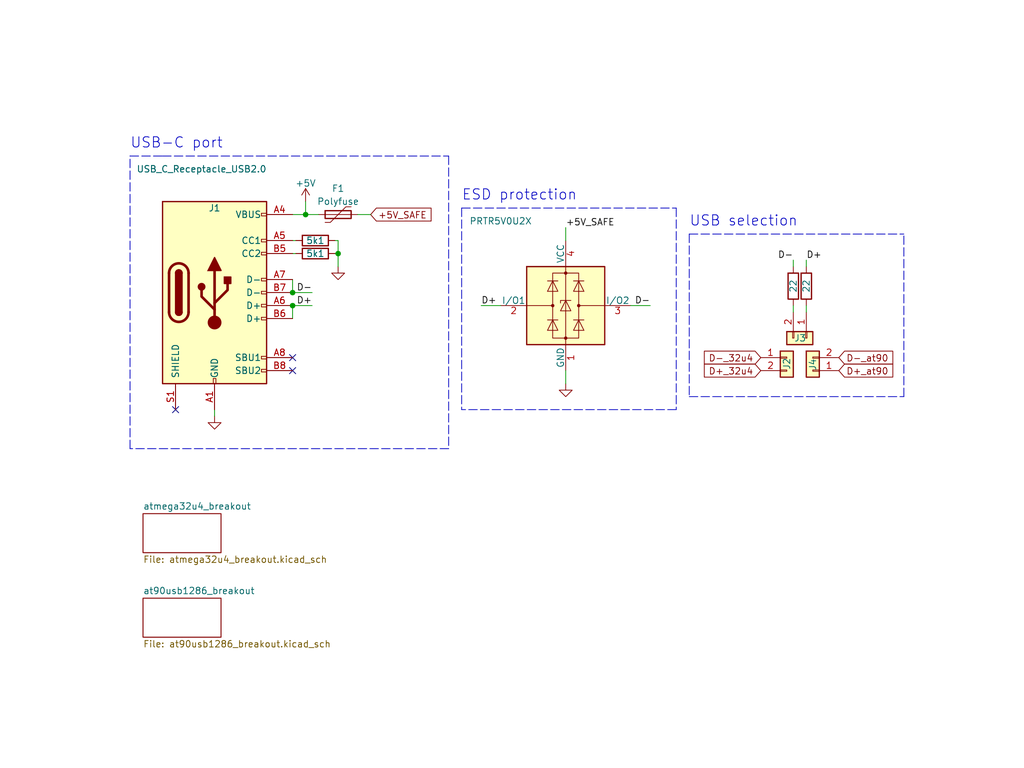
<source format=kicad_sch>
(kicad_sch (version 20211123) (generator eeschema)
  (paper "User" 200 150.012)
  (title_block (title "AVR breakout") (rev "0") (company "Stefano Nicolis"))
  (lib_symbols
    (symbol "Connector:USB_C_Receptacle_USB2.0" (pin_names (offset 1.016))
      (property "Reference" "J" (at -10.16 19.05 0))
      (property "Value" "USB_C_Receptacle_USB2.0" (at 19.05 19.05 0))
      (symbol "USB_C_Receptacle_USB2.0_0_0"
        (rectangle (start -0.254 -17.78) (end 0.254 -16.764))
        (rectangle (start 10.16 -14.986) (end 9.144 -15.494))
        (rectangle (start 10.16 -12.446) (end 9.144 -12.954))
        (rectangle (start 10.16 -4.826) (end 9.144 -5.334))
        (rectangle (start 10.16 -2.286) (end 9.144 -2.794))
        (rectangle (start 10.16 0.254) (end 9.144 -0.254))
        (rectangle (start 10.16 2.794) (end 9.144 2.286))
        (rectangle (start 10.16 7.874) (end 9.144 7.366))
        (rectangle (start 10.16 10.414) (end 9.144 9.906))
        (rectangle (start 10.16 15.494) (end 9.144 14.986))
      )
      (symbol "USB_C_Receptacle_USB2.0_0_1"
        (rectangle (start -10.16 17.78) (end 10.16 -17.78) (stroke (width 0.254)) (fill (type background)))
        (arc (start -8.89 -3.81) (mid -6.985 -5.715) (end -5.08 -3.81) (stroke (width 0.508)))
        (arc (start -7.62 -3.81) (mid -6.985 -4.445) (end -6.35 -3.81) (stroke (width 0.254)))
        (arc (start -7.62 -3.81) (mid -6.985 -4.445) (end -6.35 -3.81) (stroke (width 0.254)) (fill (type outline)))
        (rectangle (start -7.62 -3.81) (end -6.35 3.81) (stroke (width 0.254)) (fill (type outline)))
        (arc (start -6.35 3.81) (mid -6.985 4.445) (end -7.62 3.81) (stroke (width 0.254)))
        (arc (start -6.35 3.81) (mid -6.985 4.445) (end -7.62 3.81) (stroke (width 0.254)) (fill (type outline)))
        (arc (start -5.08 3.81) (mid -6.985 5.715) (end -8.89 3.81) (stroke (width 0.508)))
        (circle (center -2.54 1.143) (radius 0.635) (stroke (width 0.254)) (fill (type outline)))
        (circle (center 0 -5.842) (radius 1.27) (fill (type outline)))
        (polyline (pts (xy -8.89 -3.81) (xy -8.89 3.81)) (stroke (width 0.508)))
        (polyline (pts (xy -5.08 3.81) (xy -5.08 -3.81)) (stroke (width 0.508)))
        (polyline (pts (xy 0 -5.842) (xy 0 4.318)) (stroke (width 0.508)))
        (polyline (pts (xy 0 -3.302) (xy -2.54 -0.762) (xy -2.54 0.508)) (stroke (width 0.508)))
        (polyline (pts (xy 0 -2.032) (xy 2.54 0.508) (xy 2.54 1.778)) (stroke (width 0.508)))
        (polyline (pts (xy -1.27 4.318) (xy 0 6.858) (xy 1.27 4.318) (xy -1.27 4.318)) (stroke (width 0.254)) (fill (type outline)))
        (rectangle (start 1.905 1.778) (end 3.175 3.048) (stroke (width 0.254)) (fill (type outline)))
      )
      (symbol "USB_C_Receptacle_USB2.0_1_1"
        (pin passive line (at 0 -22.86 90) (length 5.08) (name "GND") (number "A1"))
        (pin passive line (at 0 -22.86 90) (length 5.08) hide (name "GND") (number "A12"))
        (pin passive line (at 15.24 15.24 180) (length 5.08) (name "VBUS") (number "A4"))
        (pin bidirectional line (at 15.24 10.16 180) (length 5.08) (name "CC1") (number "A5"))
        (pin bidirectional line (at 15.24 -2.54 180) (length 5.08) (name "D+") (number "A6"))
        (pin bidirectional line (at 15.24 2.54 180) (length 5.08) (name "D-") (number "A7"))
        (pin bidirectional line (at 15.24 -12.7 180) (length 5.08) (name "SBU1") (number "A8"))
        (pin passive line (at 15.24 15.24 180) (length 5.08) hide (name "VBUS") (number "A9"))
        (pin passive line (at 0 -22.86 90) (length 5.08) hide (name "GND") (number "B1"))
        (pin passive line (at 0 -22.86 90) (length 5.08) hide (name "GND") (number "B12"))
        (pin passive line (at 15.24 15.24 180) (length 5.08) hide (name "VBUS") (number "B4"))
        (pin bidirectional line (at 15.24 7.62 180) (length 5.08) (name "CC2") (number "B5"))
        (pin bidirectional line (at 15.24 -5.08 180) (length 5.08) (name "D+") (number "B6"))
        (pin bidirectional line (at 15.24 0 180) (length 5.08) (name "D-") (number "B7"))
        (pin bidirectional line (at 15.24 -15.24 180) (length 5.08) (name "SBU2") (number "B8"))
        (pin passive line (at 15.24 15.24 180) (length 5.08) hide (name "VBUS") (number "B9"))
        (pin passive line (at -7.62 -22.86 90) (length 5.08) (name "SHIELD") (number "S1"))
      )
    )
    (symbol "Connector_Generic:Conn_01x02" (pin_names (offset 1.016) hide)
      (property "Reference" "J" (at 0 2.54 0))
      (property "Value" "Conn_01x02" (at 0 -5.08 0))
      (symbol "Conn_01x02_1_1"
        (rectangle (start -1.27 -2.413) (end 0 -2.667) (stroke (width 0.1524)))
        (rectangle (start -1.27 0.127) (end 0 -0.127) (stroke (width 0.1524)))
        (rectangle (start -1.27 1.27) (end 1.27 -3.81) (stroke (width 0.254)) (fill (type background)))
        (pin passive line (at -5.08 0 0) (length 3.81) (name "Pin_1") (number "1"))
        (pin passive line (at -5.08 -2.54 0) (length 3.81) (name "Pin_2") (number "2"))
      )
    )
    (symbol "Device:Polyfuse" (pin_numbers hide) (pin_names (offset 0))
      (property "Reference" "F" (at -2.54 0 90))
      (property "Value" "Polyfuse" (at 2.54 0 90))
      (symbol "Polyfuse_0_1"
        (rectangle (start -0.762 2.54) (end 0.762 -2.54) (stroke (width 0.254)))
        (polyline (pts (xy 0 2.54) (xy 0 -2.54)))
        (polyline (pts (xy -1.524 2.54) (xy -1.524 1.524) (xy 1.524 -1.524) (xy 1.524 -2.54)))
      )
      (symbol "Polyfuse_1_1"
        (pin passive line (at 0 3.81 270) (length 1.27) (name "~") (number "1"))
        (pin passive line (at 0 -3.81 90) (length 1.27) (name "~") (number "2"))
      )
    )
    (symbol "Device:R" (pin_numbers hide) (pin_names (offset 0))
      (property "Reference" "R" (at 2.032 0 90))
      (property "Value" "R" (at 0 0 90))
      (symbol "R_0_1"
        (rectangle (start -1.016 -2.54) (end 1.016 2.54) (stroke (width 0.254)))
      )
      (symbol "R_1_1"
        (pin passive line (at 0 3.81 270) (length 1.27) (name "~") (number "1"))
        (pin passive line (at 0 -3.81 90) (length 1.27) (name "~") (number "2"))
      )
    )
    (symbol "Power_Protection:PRTR5V0U2X" (pin_names (offset 0))
      (property "Reference" "D" (at 2.794 8.636 0))
      (property "Value" "PRTR5V0U2X" (at 8.128 -9.398 0))
      (symbol "PRTR5V0U2X_0_1"
        (rectangle (start -7.62 -7.62) (end 7.62 7.62) (stroke (width 0.254)) (fill (type background)))
        (circle (center -2.54 0) (radius 0.254) (fill (type outline)))
        (rectangle (start -2.54 6.35) (end 2.54 -6.35))
        (circle (center 0 -6.35) (radius 0.254) (fill (type outline)))
        (polyline (pts (xy -2.54 0) (xy -7.62 0)))
        (polyline (pts (xy -1.524 -2.794) (xy -3.556 -2.794)))
        (polyline (pts (xy -1.524 4.826) (xy -3.556 4.826)))
        (polyline (pts (xy 0 -7.62) (xy 0 7.62)))
        (polyline (pts (xy 1.524 -2.794) (xy 3.556 -2.794)))
        (polyline (pts (xy 1.524 4.826) (xy 3.556 4.826)))
        (polyline (pts (xy 2.54 0) (xy 7.62 0)))
        (polyline (pts (xy 1.016 1.016) (xy -1.016 1.016) (xy -1.016 0.508)))
        (polyline (pts (xy -3.556 -4.826) (xy -1.524 -4.826) (xy -2.54 -2.794) (xy -3.556 -4.826)))
        (polyline (pts (xy -3.556 2.794) (xy -1.524 2.794) (xy -2.54 4.826) (xy -3.556 2.794)))
        (polyline (pts (xy -1.016 -1.016) (xy 1.016 -1.016) (xy 0 1.016) (xy -1.016 -1.016)))
        (polyline (pts (xy 3.556 -4.826) (xy 1.524 -4.826) (xy 2.54 -2.794) (xy 3.556 -4.826)))
        (polyline (pts (xy 3.556 2.794) (xy 1.524 2.794) (xy 2.54 4.826) (xy 3.556 2.794)))
        (circle (center 0 6.35) (radius 0.254) (fill (type outline)))
        (circle (center 2.54 0) (radius 0.254) (fill (type outline)))
      )
      (symbol "PRTR5V0U2X_1_1"
        (pin passive line (at 0 -12.7 90) (length 5.08) (name "GND") (number "1"))
        (pin passive line (at -12.7 0 0) (length 5.08) (name "I/O1") (number "2"))
        (pin passive line (at 12.7 0 180) (length 5.08) (name "I/O2") (number "3"))
        (pin passive line (at 0 12.7 270) (length 5.08) (name "VCC") (number "4"))
      )
    )
    (symbol "power:+5V" (power) (pin_names (offset 0))
      (property "Value" "+5V" (at 0 3.556 0))
      (symbol "+5V_0_1"
        (polyline (pts (xy -0.762 1.27) (xy 0 2.54)))
        (polyline (pts (xy 0 0) (xy 0 2.54)))
        (polyline (pts (xy 0 2.54) (xy 0.762 1.27)))
      )
      (symbol "+5V_1_1"
        (pin power_in line (at 0 0 90) (length 0) hide (name "+5V") (number "1"))
      )
    )
    (symbol "power:GND" (power) (pin_names (offset 0))
      (property "Value" "GND" (at 0 -3.81 0))
      (symbol "GND_0_1"
        (polyline (pts (xy 0 0) (xy 0 -1.27) (xy 1.27 -1.27) (xy 0 -2.54) (xy -1.27 -1.27) (xy 0 -1.27)))
      )
      (symbol "GND_1_1"
        (pin power_in line (at 0 0 270) (length 0) hide (name "GND") (number "1"))
      )
    )
  )
  (junction (at 59.69 41.91))
  (junction (at 57.15 57.15))
  (junction (at 66.04 49.53))
  (junction (at 57.15 59.69))
  (no_connect (at 57.15 69.85))
  (no_connect (at 34.29 80.01))
  (no_connect (at 57.15 72.39))
  (wire (pts (xy 157.48 52.07) (xy 157.48 50.8)))
  (polyline (pts (xy 132.08 80.01) (xy 90.17 80.01)))
  (polyline (pts (xy 25.4 87.63) (xy 25.4 30.48)))
  (polyline (pts (xy 25.4 30.48) (xy 31.75 30.48)))
  (wire (pts (xy 57.15 46.99) (xy 57.785 46.99)))
  (wire (pts (xy 57.15 57.15) (xy 60.96 57.15)))
  (wire (pts (xy 110.49 44.45) (xy 110.49 46.99)))
  (wire (pts (xy 41.91 80.01) (xy 41.91 81.28)))
  (wire (pts (xy 57.15 59.69) (xy 57.15 62.23)))
  (wire (pts (xy 157.48 60.96) (xy 157.48 59.69)))
  (polyline (pts (xy 134.62 77.47) (xy 176.53 77.47)))
  (polyline (pts (xy 176.53 77.47) (xy 176.53 45.72)))
  (polyline (pts (xy 132.08 40.64) (xy 132.08 80.01)))
  (wire (pts (xy 69.85 41.91) (xy 72.39 41.91)))
  (polyline (pts (xy 134.62 45.72) (xy 176.53 45.72)))
  (polyline (pts (xy 87.63 30.48) (xy 87.63 87.63)))
  (wire (pts (xy 66.04 46.99) (xy 66.04 49.53)))
  (wire (pts (xy 66.04 49.53) (xy 66.04 52.07)))
  (polyline (pts (xy 90.17 40.64) (xy 132.08 40.64)))
  (wire (pts (xy 59.69 39.37) (xy 59.69 41.91)))
  (wire (pts (xy 65.405 46.99) (xy 66.04 46.99)))
  (wire (pts (xy 57.15 59.69) (xy 60.96 59.69)))
  (wire (pts (xy 110.49 72.39) (xy 110.49 74.93)))
  (wire (pts (xy 154.94 60.96) (xy 154.94 59.69)))
  (wire (pts (xy 59.69 41.91) (xy 62.23 41.91)))
  (polyline (pts (xy 134.62 45.72) (xy 134.62 77.47)))
  (polyline (pts (xy 31.75 30.48) (xy 87.63 30.48)))
  (wire (pts (xy 57.15 49.53) (xy 57.785 49.53)))
  (wire (pts (xy 127 59.69) (xy 123.19 59.69)))
  (wire (pts (xy 65.405 49.53) (xy 66.04 49.53)))
  (wire (pts (xy 154.94 52.07) (xy 154.94 50.8)))
  (polyline (pts (xy 87.63 87.63) (xy 25.4 87.63)))
  (polyline (pts (xy 90.17 40.64) (xy 90.17 80.01)))
  (wire (pts (xy 57.15 41.91) (xy 59.69 41.91)))
  (wire (pts (xy 93.98 59.69) (xy 97.79 59.69)))
  (wire (pts (xy 57.15 54.61) (xy 57.15 57.15)))
  (text "ESD protection" (at 90.17 39.37 0) (effects (font (size 2 2)) (justify left bottom)))
  (text "USB selection" (at 134.62 44.45 0) (effects (font (size 2 2)) (justify left bottom)))
  (text "USB-C port" (at 25.4 29.21 0) (effects (font (size 2 2)) (justify left bottom)))
  (label "+5V_SAFE" (at 110.49 44.45 0))
  (label "D-" (at 127 59.69 180))
  (label "D+" (at 93.98 59.69 0))
  (label "D-" (at 60.96 57.15 180))
  (label "D-" (at 154.94 50.8 180))
  (label "D+" (at 157.48 50.8 0))
  (label "D+" (at 60.96 59.69 180))
  (global_label "D-_at90" (shape input) (at 163.83 69.85 0) (property "Intersheet References" "${INTERSHEET_REFS}" (effects hide)))
  (global_label "+5V_SAFE" (shape input) (at 72.39 41.91 0) (property "Intersheet References" "${INTERSHEET_REFS}" (effects hide)))
  (global_label "D-_32u4" (shape input) (at 148.59 69.85 180) (property "Intersheet References" "${INTERSHEET_REFS}" (effects hide)))
  (global_label "D+_32u4" (shape input) (at 148.59 72.39 180) (property "Intersheet References" "${INTERSHEET_REFS}" (effects hide)))
  (global_label "D+_at90" (shape input) (at 163.83 72.39 0) (property "Intersheet References" "${INTERSHEET_REFS}" (effects hide)))
  (symbol (lib_id "power:GND") (at 110.49 74.93 0) (unit 1)
    (property "Reference" "#PWR04" (effects hide))
    (property "Value" "GND" (effects hide))
  )
  (symbol (lib_id "Device:R") (at 154.94 55.88 180) (unit 1)
    (property "Reference" "R3" (effects hide))
    (property "Value" "22" (at 154.94 55.88 90))
    (property "Footprint" "Resistor_SMD:R_0603_1608Metric" (effects hide))
  )
  (symbol (lib_id "power:GND") (at 41.91 81.28 0) (unit 1)
    (property "Reference" "#PWR01" (effects hide))
    (property "Value" "GND" (effects hide))
  )
  (symbol (lib_id "power:GND") (at 66.04 52.07 0) (unit 1)
    (property "Reference" "#PWR03" (effects hide))
    (property "Value" "GND" (effects hide))
  )
  (symbol (lib_id "Device:R") (at 61.595 49.53 90) (unit 1)
    (property "Reference" "R2" (effects hide))
    (property "Value" "5k1" (at 61.595 49.53 90))
    (property "Footprint" "Resistor_SMD:R_0603_1608Metric" (effects hide))
  )
  (symbol (lib_id "Device:Polyfuse") (at 66.04 41.91 90) (unit 1)
    (property "Reference" "F1" (at 66.04 36.8132 90))
    (property "Value" "Polyfuse" (at 66.04 39.3501 90))
    (property "Footprint" "Fuse:Fuse_0603_1608Metric" (effects hide))
  )
  (symbol (lib_id "Connector_Generic:Conn_01x02") (at 157.48 66.04 270) (unit 1)
    (property "Reference" "J3" (at 157.48 66.04 90) (effects (justify right)))
    (property "Value" "Conn_01x02" (effects hide))
    (property "Footprint" "Connector_PinHeader_2.54mm:PinHeader_1x02_P2.54mm_Vertical" (effects hide))
  )
  (symbol (lib_id "Device:R") (at 157.48 55.88 180) (unit 1)
    (property "Reference" "R4" (effects hide))
    (property "Value" "22" (at 157.48 55.88 90))
    (property "Footprint" "Resistor_SMD:R_0603_1608Metric" (effects hide))
  )
  (symbol (lib_id "Device:R") (at 61.595 46.99 90) (unit 1)
    (property "Reference" "R1" (effects hide))
    (property "Value" "5k1" (at 61.595 46.99 90))
    (property "Footprint" "Resistor_SMD:R_0603_1608Metric" (effects hide))
  )
  (symbol (lib_id "Power_Protection:PRTR5V0U2X") (at 110.49 59.69 0) (unit 1)
    (property "Reference" "D1" (effects hide))
    (property "Value" "PRTR5V0U2X" (at 97.79 43.18 0))
    (property "Footprint" "Package_TO_SOT_SMD:SOT-143" (effects hide))
    (property "Datasheet" "https://assets.nexperia.com/documents/data-sheet/PRTR5V0U2X.pdf" (effects hide))
  )
  (symbol (lib_id "Connector_Generic:Conn_01x02") (at 153.67 69.85 0) (unit 1)
    (property "Reference" "J2" (at 153.67 69.85 90) (effects (justify right)))
    (property "Value" "Conn_01x02" (effects hide))
    (property "Footprint" "Connector_PinHeader_2.54mm:PinHeader_1x02_P2.54mm_Vertical" (effects hide))
  )
  (symbol (lib_id "Connector_Generic:Conn_01x02") (at 158.75 72.39 180) (unit 1)
    (property "Reference" "J4" (at 158.75 72.39 90) (effects (justify right)))
    (property "Value" "Conn_01x02" (effects hide))
    (property "Footprint" "Connector_PinHeader_2.54mm:PinHeader_1x02_P2.54mm_Vertical" (effects hide))
  )
  (symbol (lib_id "power:+5V") (at 59.69 39.37 0) (unit 1)
    (property "Reference" "#PWR02" (effects hide))
    (property "Value" "+5V" (at 59.69 35.7942 0))
  )
  (symbol (lib_id "Connector:USB_C_Receptacle_USB2.0") (at 41.91 57.15 0) (unit 1)
    (property "Reference" "J1" (at 41.91 40.64 0))
    (property "Value" "USB_C_Receptacle_USB2.0" (at 39.37 33.02 0))
    (property "Footprint" "Connector_USB:USB_C_Receptacle_HRO_TYPE-C-31-M-12" (effects hide))
    (property "Datasheet" "https://www.usb.org/sites/default/files/documents/usb_type-c.zip" (effects hide))
  )
  (sheet (at 27.94 100.33) (size 15.24 7.62) (stroke (width 0.1524))
    (property "Sheet name" "atmega32u4_breakout" (at 27.94 99.6184 0) (effects (justify left bottom)))
    (property "Sheet file" "atmega32u4_breakout.kicad_sch" (at 27.94 108.5346 0) (effects (justify left top)))
  )
  (sheet (at 27.94 116.84) (size 15.24 7.62) (stroke (width 0.1524))
    (property "Sheet name" "at90usb1286_breakout" (at 27.94 116.1284 0) (effects (justify left bottom)))
    (property "Sheet file" "at90usb1286_breakout.kicad_sch" (at 27.94 125.0446 0) (effects (justify left top)))
  )
)
</source>
